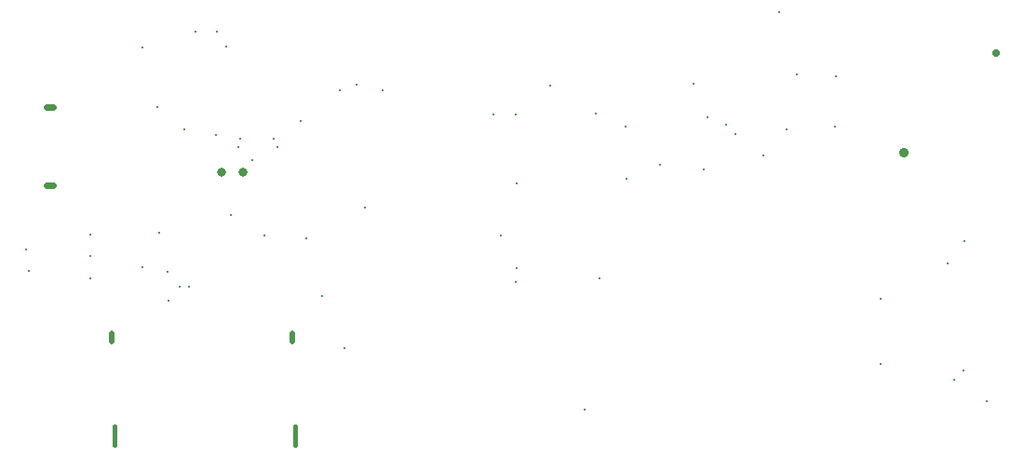
<source format=gbr>
%TF.GenerationSoftware,KiCad,Pcbnew,8.0.3*%
%TF.CreationDate,2025-01-08T01:14:57+05:30*%
%TF.ProjectId,gps,6770732e-6b69-4636-9164-5f7063625858,rev?*%
%TF.SameCoordinates,Original*%
%TF.FileFunction,Plated,1,4,PTH,Mixed*%
%TF.FilePolarity,Positive*%
%FSLAX46Y46*%
G04 Gerber Fmt 4.6, Leading zero omitted, Abs format (unit mm)*
G04 Created by KiCad (PCBNEW 8.0.3) date 2025-01-08 01:14:57*
%MOMM*%
%LPD*%
G01*
G04 APERTURE LIST*
%TA.AperFunction,ViaDrill*%
%ADD10C,0.300000*%
%TD*%
G04 aperture for slot hole*
%TA.AperFunction,ComponentDrill*%
%ADD11C,0.450000*%
%TD*%
G04 aperture for slot hole*
%TA.AperFunction,ComponentDrill*%
%ADD12C,0.550000*%
%TD*%
G04 aperture for slot hole*
%TA.AperFunction,ComponentDrill*%
%ADD13C,0.600000*%
%TD*%
%TA.AperFunction,ComponentDrill*%
%ADD14C,0.700000*%
%TD*%
%TA.AperFunction,ComponentDrill*%
%ADD15C,0.800000*%
%TD*%
%TA.AperFunction,ComponentDrill*%
%ADD16C,0.900000*%
%TD*%
G04 APERTURE END LIST*
D10*
X119190000Y-78540000D03*
X119410000Y-80470000D03*
X125030000Y-79170000D03*
X125040000Y-77220000D03*
X125050000Y-81160000D03*
X129740000Y-60230000D03*
X129800000Y-80200000D03*
X131114800Y-65633600D03*
X131340000Y-77060000D03*
X132080000Y-80594200D03*
X132130000Y-83240000D03*
X133197600Y-81940400D03*
X133610000Y-67660000D03*
X134000000Y-81950000D03*
X134600000Y-58720000D03*
X136448800Y-68148200D03*
X136510000Y-58770000D03*
X137363200Y-60071000D03*
X137860000Y-75400000D03*
X138500000Y-69220000D03*
X138658600Y-68478400D03*
X139776200Y-70434200D03*
X140870000Y-77300000D03*
X141706600Y-68503800D03*
X142090000Y-69210000D03*
X144180000Y-66900000D03*
X144703800Y-77571600D03*
X146100800Y-82804000D03*
X147730000Y-64090000D03*
X148110000Y-87570000D03*
X149220000Y-63560000D03*
X149990000Y-74790000D03*
X151650000Y-64060000D03*
X161690000Y-66290000D03*
X162380000Y-77300000D03*
X163730000Y-81500000D03*
X163750000Y-66300000D03*
X163790000Y-72590000D03*
X163830000Y-80238600D03*
X166890000Y-63660000D03*
X170027600Y-93116400D03*
X170980000Y-66160000D03*
X171380000Y-81210000D03*
X173760000Y-67350000D03*
X173761400Y-72110600D03*
X176870000Y-70830000D03*
X179933600Y-63474600D03*
X180790000Y-71310000D03*
X181180000Y-66550000D03*
X182854600Y-67208400D03*
X183692800Y-68072000D03*
X186283600Y-70027800D03*
X187710000Y-56970000D03*
X188380000Y-67640000D03*
X189306200Y-62611000D03*
X192790000Y-67370000D03*
X192862200Y-62839600D03*
X196900800Y-89001600D03*
X196930000Y-83010000D03*
X203040000Y-79840000D03*
X203630000Y-90430000D03*
X204419200Y-89585800D03*
X204530000Y-77830000D03*
X206560000Y-92330000D03*
D11*
%TO.C,J5*%
X127263250Y-96307500D02*
X127263250Y-94657500D01*
X143663250Y-96307500D02*
X143663250Y-94657500D01*
D12*
X126963250Y-86982500D02*
X126963250Y-86182500D01*
X143413250Y-86982500D02*
X143413250Y-86182500D01*
D13*
%TO.C,J1*%
X121610800Y-65593800D02*
X121060800Y-65593800D01*
X121610800Y-72743800D02*
X121060800Y-72743800D01*
D14*
%TO.C,J4*%
X207375400Y-60737400D03*
D15*
%TO.C,J2*%
X136932600Y-71568400D03*
X138932600Y-71568400D03*
D16*
%TO.C,J4*%
X199075400Y-69737400D03*
M02*

</source>
